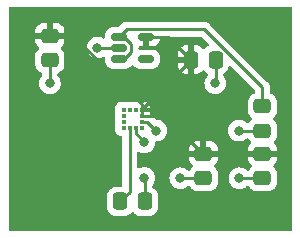
<source format=gbr>
%TF.GenerationSoftware,KiCad,Pcbnew,(6.0.0)*%
%TF.CreationDate,2023-09-19T02:50:45-04:00*%
%TF.ProjectId,AFT_x06_Magnetometer_Shield_MichaelLee,4146545f-7830-4365-9f4d-61676e65746f,rev?*%
%TF.SameCoordinates,Original*%
%TF.FileFunction,Copper,L1,Top*%
%TF.FilePolarity,Positive*%
%FSLAX46Y46*%
G04 Gerber Fmt 4.6, Leading zero omitted, Abs format (unit mm)*
G04 Created by KiCad (PCBNEW (6.0.0)) date 2023-09-19 02:50:45*
%MOMM*%
%LPD*%
G01*
G04 APERTURE LIST*
G04 Aperture macros list*
%AMRoundRect*
0 Rectangle with rounded corners*
0 $1 Rounding radius*
0 $2 $3 $4 $5 $6 $7 $8 $9 X,Y pos of 4 corners*
0 Add a 4 corners polygon primitive as box body*
4,1,4,$2,$3,$4,$5,$6,$7,$8,$9,$2,$3,0*
0 Add four circle primitives for the rounded corners*
1,1,$1+$1,$2,$3*
1,1,$1+$1,$4,$5*
1,1,$1+$1,$6,$7*
1,1,$1+$1,$8,$9*
0 Add four rect primitives between the rounded corners*
20,1,$1+$1,$2,$3,$4,$5,0*
20,1,$1+$1,$4,$5,$6,$7,0*
20,1,$1+$1,$6,$7,$8,$9,0*
20,1,$1+$1,$8,$9,$2,$3,0*%
G04 Aperture macros list end*
%TA.AperFunction,SMDPad,CuDef*%
%ADD10RoundRect,0.250000X0.475000X-0.337500X0.475000X0.337500X-0.475000X0.337500X-0.475000X-0.337500X0*%
%TD*%
%TA.AperFunction,SMDPad,CuDef*%
%ADD11RoundRect,0.150000X-0.512500X-0.150000X0.512500X-0.150000X0.512500X0.150000X-0.512500X0.150000X0*%
%TD*%
%TA.AperFunction,SMDPad,CuDef*%
%ADD12R,0.375000X0.350000*%
%TD*%
%TA.AperFunction,SMDPad,CuDef*%
%ADD13R,0.350000X0.375000*%
%TD*%
%TA.AperFunction,SMDPad,CuDef*%
%ADD14RoundRect,0.250000X-0.337500X-0.475000X0.337500X-0.475000X0.337500X0.475000X-0.337500X0.475000X0*%
%TD*%
%TA.AperFunction,ViaPad*%
%ADD15C,0.800000*%
%TD*%
%TA.AperFunction,Conductor*%
%ADD16C,0.250000*%
%TD*%
G04 APERTURE END LIST*
D10*
%TO.P,C2,1*%
%TO.N,GND*%
X161000000Y-93037500D03*
%TO.P,C2,2*%
%TO.N,/3.3V*%
X161000000Y-90962500D03*
%TD*%
D11*
%TO.P,U1,5,VOUT*%
%TO.N,/3.3V*%
X169137500Y-91050000D03*
%TO.P,U1,4,NC*%
%TO.N,unconnected-(U1-Pad4)*%
X169137500Y-92950000D03*
%TO.P,U1,3,EN*%
%TO.N,+5V*%
X166862500Y-92950000D03*
%TO.P,U1,2,GND*%
%TO.N,GND*%
X166862500Y-92000000D03*
%TO.P,U1,1,VIN*%
%TO.N,+5V*%
X166862500Y-91050000D03*
%TD*%
D12*
%TO.P,U2,1,SCL/SPC*%
%TO.N,IO.SCK*%
X167237500Y-97250000D03*
%TO.P,U2,2,NC*%
%TO.N,unconnected-(U2-Pad2)*%
X167237500Y-97750000D03*
%TO.P,U2,3,CS*%
%TO.N,IO.CSB*%
X167237500Y-98250000D03*
%TO.P,U2,4,SDA/SDI/SDO*%
%TO.N,IO.SDI*%
X167237500Y-98750000D03*
D13*
%TO.P,U2,5,C1*%
%TO.N,Net-(C1-Pad1)*%
X167750000Y-98762500D03*
%TO.P,U2,6,GND*%
%TO.N,GND*%
X168250000Y-98762500D03*
D12*
%TO.P,U2,7,INT/DRDY/SDO*%
%TO.N,IO.SDO*%
X168762500Y-98750000D03*
%TO.P,U2,8,GND*%
%TO.N,GND*%
X168762500Y-98250000D03*
%TO.P,U2,9,VDD*%
%TO.N,/3.3V*%
X168762500Y-97750000D03*
%TO.P,U2,10,VDD_IO*%
X168762500Y-97250000D03*
D13*
%TO.P,U2,11,NC*%
%TO.N,unconnected-(U2-Pad11)*%
X168250000Y-97237500D03*
%TO.P,U2,12,NC*%
%TO.N,unconnected-(U2-Pad12)*%
X167750000Y-97237500D03*
%TD*%
D10*
%TO.P,C5,1*%
%TO.N,GND*%
X179000000Y-99037500D03*
%TO.P,C5,2*%
%TO.N,+5V*%
X179000000Y-96962500D03*
%TD*%
D14*
%TO.P,C1,2*%
%TO.N,GND*%
X169037500Y-105000000D03*
%TO.P,C1,1*%
%TO.N,Net-(C1-Pad1)*%
X166962500Y-105000000D03*
%TD*%
D10*
%TO.P,C4,1*%
%TO.N,GND*%
X179000000Y-103037500D03*
%TO.P,C4,2*%
%TO.N,/3.3V*%
X179000000Y-100962500D03*
%TD*%
D14*
%TO.P,C6,2*%
%TO.N,GND*%
X175037500Y-93000000D03*
%TO.P,C6,1*%
%TO.N,/3.3V*%
X172962500Y-93000000D03*
%TD*%
D10*
%TO.P,C3,1*%
%TO.N,GND*%
X174000000Y-103037500D03*
%TO.P,C3,2*%
%TO.N,/3.3V*%
X174000000Y-100962500D03*
%TD*%
D15*
%TO.N,GND*%
X175000000Y-95000000D03*
X177000000Y-99000000D03*
X177037500Y-103037500D03*
X172037500Y-103037500D03*
X170000000Y-99000000D03*
X169000000Y-100000000D03*
X169000000Y-103000000D03*
X165024310Y-91975690D03*
X161000000Y-95000000D03*
%TD*%
D16*
%TO.N,GND*%
X175037500Y-94962500D02*
X175000000Y-95000000D01*
X175037500Y-93000000D02*
X175037500Y-94962500D01*
X177037500Y-99037500D02*
X177000000Y-99000000D01*
X179000000Y-99037500D02*
X177037500Y-99037500D01*
X177000000Y-103000000D02*
X177037500Y-103037500D01*
X179000000Y-103037500D02*
X177037500Y-103037500D01*
X172000000Y-103000000D02*
X172037500Y-103037500D01*
X174000000Y-103037500D02*
X172037500Y-103037500D01*
X169250000Y-98250000D02*
X170000000Y-99000000D01*
X168762500Y-98250000D02*
X169250000Y-98250000D01*
X168250000Y-99250000D02*
X169000000Y-100000000D01*
X168250000Y-98762500D02*
X168250000Y-99250000D01*
X169037500Y-103037500D02*
X169000000Y-103000000D01*
X169037500Y-105000000D02*
X169037500Y-103037500D01*
X165000000Y-92000000D02*
X165024310Y-91975690D01*
X166862500Y-92000000D02*
X165000000Y-92000000D01*
X161000000Y-93037500D02*
X161000000Y-95000000D01*
%TO.N,/3.3V*%
X162986522Y-90962500D02*
X168762500Y-96738478D01*
X161000000Y-90962500D02*
X162986522Y-90962500D01*
X168762500Y-96738478D02*
X168762500Y-97250000D01*
%TO.N,+5V*%
X167246072Y-92950000D02*
X166862500Y-92950000D01*
X167246072Y-91050000D02*
X167849520Y-91653448D01*
X167849520Y-91653448D02*
X167849520Y-92346552D01*
X166862500Y-91050000D02*
X167246072Y-91050000D01*
X167849520Y-92346552D02*
X167246072Y-92950000D01*
X174087973Y-90425480D02*
X167487020Y-90425480D01*
X179000000Y-95337507D02*
X174087973Y-90425480D01*
X179000000Y-96962500D02*
X179000000Y-95337507D01*
X167487020Y-90425480D02*
X166862500Y-91050000D01*
%TO.N,/3.3V*%
X179000000Y-100962500D02*
X174000000Y-100962500D01*
%TO.N,Net-(C1-Pad1)*%
X167750000Y-98762500D02*
X167750000Y-104212500D01*
X167750000Y-104212500D02*
X166962500Y-105000000D01*
%TO.N,/3.3V*%
X170787500Y-97750000D02*
X174000000Y-100962500D01*
X168762500Y-97750000D02*
X170787500Y-97750000D01*
X168762500Y-97250000D02*
X168762500Y-97750000D01*
X168762500Y-97200000D02*
X168762500Y-97250000D01*
X172962500Y-93000000D02*
X168762500Y-97200000D01*
X169137500Y-91050000D02*
X171012500Y-91050000D01*
X171012500Y-91050000D02*
X172962500Y-93000000D01*
%TD*%
%TA.AperFunction,Conductor*%
%TO.N,/3.3V*%
G36*
X181434121Y-88528002D02*
G01*
X181480614Y-88581658D01*
X181492000Y-88634000D01*
X181492000Y-107366000D01*
X181471998Y-107434121D01*
X181418342Y-107480614D01*
X181366000Y-107492000D01*
X157634000Y-107492000D01*
X157565879Y-107471998D01*
X157519386Y-107418342D01*
X157508000Y-107366000D01*
X157508000Y-105525400D01*
X165866500Y-105525400D01*
X165877474Y-105631166D01*
X165933450Y-105798946D01*
X166026522Y-105949348D01*
X166151697Y-106074305D01*
X166157927Y-106078145D01*
X166157928Y-106078146D01*
X166295090Y-106162694D01*
X166302262Y-106167115D01*
X166382005Y-106193564D01*
X166463611Y-106220632D01*
X166463613Y-106220632D01*
X166470139Y-106222797D01*
X166476975Y-106223497D01*
X166476978Y-106223498D01*
X166520031Y-106227909D01*
X166574600Y-106233500D01*
X167350400Y-106233500D01*
X167353646Y-106233163D01*
X167353650Y-106233163D01*
X167449308Y-106223238D01*
X167449312Y-106223237D01*
X167456166Y-106222526D01*
X167462702Y-106220345D01*
X167462704Y-106220345D01*
X167594806Y-106176272D01*
X167623946Y-106166550D01*
X167774348Y-106073478D01*
X167899305Y-105948303D01*
X167901906Y-105944084D01*
X167959030Y-105903583D01*
X168029953Y-105900351D01*
X168091365Y-105935976D01*
X168097922Y-105943530D01*
X168101522Y-105949348D01*
X168226697Y-106074305D01*
X168232927Y-106078145D01*
X168232928Y-106078146D01*
X168370090Y-106162694D01*
X168377262Y-106167115D01*
X168457005Y-106193564D01*
X168538611Y-106220632D01*
X168538613Y-106220632D01*
X168545139Y-106222797D01*
X168551975Y-106223497D01*
X168551978Y-106223498D01*
X168595031Y-106227909D01*
X168649600Y-106233500D01*
X169425400Y-106233500D01*
X169428646Y-106233163D01*
X169428650Y-106233163D01*
X169524308Y-106223238D01*
X169524312Y-106223237D01*
X169531166Y-106222526D01*
X169537702Y-106220345D01*
X169537704Y-106220345D01*
X169669806Y-106176272D01*
X169698946Y-106166550D01*
X169849348Y-106073478D01*
X169974305Y-105948303D01*
X170067115Y-105797738D01*
X170122797Y-105629861D01*
X170133500Y-105525400D01*
X170133500Y-104474600D01*
X170122526Y-104368834D01*
X170066550Y-104201054D01*
X169973478Y-104050652D01*
X169848303Y-103925695D01*
X169730883Y-103853316D01*
X169683391Y-103800545D01*
X169671000Y-103746057D01*
X169671000Y-103660877D01*
X169691002Y-103592756D01*
X169703364Y-103576566D01*
X169734621Y-103541852D01*
X169734622Y-103541851D01*
X169739040Y-103536944D01*
X169803440Y-103425400D01*
X169831223Y-103377279D01*
X169831224Y-103377278D01*
X169834527Y-103371556D01*
X169893542Y-103189928D01*
X169909563Y-103037500D01*
X171123996Y-103037500D01*
X171124686Y-103044065D01*
X171140017Y-103189928D01*
X171143958Y-103227428D01*
X171202973Y-103409056D01*
X171206276Y-103414778D01*
X171206277Y-103414779D01*
X171240186Y-103473510D01*
X171298460Y-103574444D01*
X171302878Y-103579351D01*
X171302879Y-103579352D01*
X171385399Y-103671000D01*
X171426247Y-103716366D01*
X171580748Y-103828618D01*
X171586776Y-103831302D01*
X171586778Y-103831303D01*
X171638927Y-103854521D01*
X171755212Y-103906294D01*
X171846486Y-103925695D01*
X171935556Y-103944628D01*
X171935561Y-103944628D01*
X171942013Y-103946000D01*
X172132987Y-103946000D01*
X172139439Y-103944628D01*
X172139444Y-103944628D01*
X172228514Y-103925695D01*
X172319788Y-103906294D01*
X172436073Y-103854521D01*
X172488222Y-103831303D01*
X172488224Y-103831302D01*
X172494252Y-103828618D01*
X172564646Y-103777474D01*
X172629028Y-103730697D01*
X172648753Y-103716366D01*
X172653168Y-103711463D01*
X172658080Y-103707040D01*
X172659205Y-103708289D01*
X172712514Y-103675449D01*
X172745700Y-103671000D01*
X172745954Y-103671000D01*
X172814075Y-103691002D01*
X172853098Y-103730697D01*
X172926522Y-103849348D01*
X173051697Y-103974305D01*
X173057927Y-103978145D01*
X173057928Y-103978146D01*
X173195090Y-104062694D01*
X173202262Y-104067115D01*
X173282005Y-104093564D01*
X173363611Y-104120632D01*
X173363613Y-104120632D01*
X173370139Y-104122797D01*
X173376975Y-104123497D01*
X173376978Y-104123498D01*
X173420031Y-104127909D01*
X173474600Y-104133500D01*
X174525400Y-104133500D01*
X174528646Y-104133163D01*
X174528650Y-104133163D01*
X174624308Y-104123238D01*
X174624312Y-104123237D01*
X174631166Y-104122526D01*
X174637702Y-104120345D01*
X174637704Y-104120345D01*
X174769806Y-104076272D01*
X174798946Y-104066550D01*
X174949348Y-103973478D01*
X175074305Y-103848303D01*
X175084784Y-103831303D01*
X175163275Y-103703968D01*
X175163276Y-103703966D01*
X175167115Y-103697738D01*
X175222797Y-103529861D01*
X175233500Y-103425400D01*
X175233500Y-103037500D01*
X176123996Y-103037500D01*
X176124686Y-103044065D01*
X176140017Y-103189928D01*
X176143958Y-103227428D01*
X176202973Y-103409056D01*
X176206276Y-103414778D01*
X176206277Y-103414779D01*
X176240186Y-103473510D01*
X176298460Y-103574444D01*
X176302878Y-103579351D01*
X176302879Y-103579352D01*
X176385399Y-103671000D01*
X176426247Y-103716366D01*
X176580748Y-103828618D01*
X176586776Y-103831302D01*
X176586778Y-103831303D01*
X176638927Y-103854521D01*
X176755212Y-103906294D01*
X176846486Y-103925695D01*
X176935556Y-103944628D01*
X176935561Y-103944628D01*
X176942013Y-103946000D01*
X177132987Y-103946000D01*
X177139439Y-103944628D01*
X177139444Y-103944628D01*
X177228514Y-103925695D01*
X177319788Y-103906294D01*
X177436073Y-103854521D01*
X177488222Y-103831303D01*
X177488224Y-103831302D01*
X177494252Y-103828618D01*
X177564646Y-103777474D01*
X177629028Y-103730697D01*
X177648753Y-103716366D01*
X177653168Y-103711463D01*
X177658080Y-103707040D01*
X177659205Y-103708289D01*
X177712514Y-103675449D01*
X177745700Y-103671000D01*
X177745954Y-103671000D01*
X177814075Y-103691002D01*
X177853098Y-103730697D01*
X177926522Y-103849348D01*
X178051697Y-103974305D01*
X178057927Y-103978145D01*
X178057928Y-103978146D01*
X178195090Y-104062694D01*
X178202262Y-104067115D01*
X178282005Y-104093564D01*
X178363611Y-104120632D01*
X178363613Y-104120632D01*
X178370139Y-104122797D01*
X178376975Y-104123497D01*
X178376978Y-104123498D01*
X178420031Y-104127909D01*
X178474600Y-104133500D01*
X179525400Y-104133500D01*
X179528646Y-104133163D01*
X179528650Y-104133163D01*
X179624308Y-104123238D01*
X179624312Y-104123237D01*
X179631166Y-104122526D01*
X179637702Y-104120345D01*
X179637704Y-104120345D01*
X179769806Y-104076272D01*
X179798946Y-104066550D01*
X179949348Y-103973478D01*
X180074305Y-103848303D01*
X180084784Y-103831303D01*
X180163275Y-103703968D01*
X180163276Y-103703966D01*
X180167115Y-103697738D01*
X180222797Y-103529861D01*
X180233500Y-103425400D01*
X180233500Y-102649600D01*
X180222526Y-102543834D01*
X180166550Y-102376054D01*
X180073478Y-102225652D01*
X179948303Y-102100695D01*
X179943765Y-102097898D01*
X179903176Y-102040647D01*
X179899946Y-101969724D01*
X179935572Y-101908313D01*
X179944068Y-101900938D01*
X179954207Y-101892902D01*
X180068739Y-101778171D01*
X180077751Y-101766760D01*
X180162816Y-101628757D01*
X180168963Y-101615576D01*
X180220138Y-101461290D01*
X180223005Y-101447914D01*
X180232672Y-101353562D01*
X180233000Y-101347146D01*
X180233000Y-101234615D01*
X180228525Y-101219376D01*
X180227135Y-101218171D01*
X180219452Y-101216500D01*
X177785116Y-101216500D01*
X177769877Y-101220975D01*
X177768672Y-101222365D01*
X177767001Y-101230048D01*
X177767001Y-101347095D01*
X177767338Y-101353614D01*
X177777257Y-101449206D01*
X177780149Y-101462600D01*
X177831588Y-101616784D01*
X177837761Y-101629962D01*
X177923063Y-101767807D01*
X177932099Y-101779208D01*
X178046828Y-101893738D01*
X178055762Y-101900794D01*
X178096823Y-101958712D01*
X178100053Y-102029635D01*
X178064426Y-102091046D01*
X178056593Y-102097846D01*
X178050652Y-102101522D01*
X177925695Y-102226697D01*
X177869877Y-102317251D01*
X177853317Y-102344116D01*
X177800545Y-102391609D01*
X177746057Y-102404000D01*
X177745700Y-102404000D01*
X177677579Y-102383998D01*
X177658353Y-102367657D01*
X177658080Y-102367960D01*
X177653168Y-102363537D01*
X177648753Y-102358634D01*
X177494252Y-102246382D01*
X177488224Y-102243698D01*
X177488222Y-102243697D01*
X177325819Y-102171391D01*
X177325818Y-102171391D01*
X177319788Y-102168706D01*
X177226388Y-102148853D01*
X177139444Y-102130372D01*
X177139439Y-102130372D01*
X177132987Y-102129000D01*
X176942013Y-102129000D01*
X176935561Y-102130372D01*
X176935556Y-102130372D01*
X176848613Y-102148853D01*
X176755212Y-102168706D01*
X176749182Y-102171391D01*
X176749181Y-102171391D01*
X176586778Y-102243697D01*
X176586776Y-102243698D01*
X176580748Y-102246382D01*
X176426247Y-102358634D01*
X176421826Y-102363544D01*
X176421825Y-102363545D01*
X176327077Y-102468774D01*
X176298460Y-102500556D01*
X176269514Y-102550692D01*
X176210524Y-102652866D01*
X176202973Y-102665944D01*
X176143958Y-102847572D01*
X176123996Y-103037500D01*
X175233500Y-103037500D01*
X175233500Y-102649600D01*
X175222526Y-102543834D01*
X175166550Y-102376054D01*
X175073478Y-102225652D01*
X174948303Y-102100695D01*
X174943765Y-102097898D01*
X174903176Y-102040647D01*
X174899946Y-101969724D01*
X174935572Y-101908313D01*
X174944068Y-101900938D01*
X174954207Y-101892902D01*
X175068739Y-101778171D01*
X175077751Y-101766760D01*
X175162816Y-101628757D01*
X175168963Y-101615576D01*
X175220138Y-101461290D01*
X175223005Y-101447914D01*
X175232672Y-101353562D01*
X175233000Y-101347146D01*
X175233000Y-101234615D01*
X175228525Y-101219376D01*
X175227135Y-101218171D01*
X175219452Y-101216500D01*
X172785116Y-101216500D01*
X172769877Y-101220975D01*
X172768672Y-101222365D01*
X172767001Y-101230048D01*
X172767001Y-101347095D01*
X172767338Y-101353614D01*
X172777257Y-101449206D01*
X172780149Y-101462600D01*
X172831588Y-101616784D01*
X172837761Y-101629962D01*
X172923063Y-101767807D01*
X172932099Y-101779208D01*
X173046828Y-101893738D01*
X173055762Y-101900794D01*
X173096823Y-101958712D01*
X173100053Y-102029635D01*
X173064426Y-102091046D01*
X173056593Y-102097846D01*
X173050652Y-102101522D01*
X172925695Y-102226697D01*
X172869877Y-102317251D01*
X172853317Y-102344116D01*
X172800545Y-102391609D01*
X172746057Y-102404000D01*
X172745700Y-102404000D01*
X172677579Y-102383998D01*
X172658353Y-102367657D01*
X172658080Y-102367960D01*
X172653168Y-102363537D01*
X172648753Y-102358634D01*
X172494252Y-102246382D01*
X172488224Y-102243698D01*
X172488222Y-102243697D01*
X172325819Y-102171391D01*
X172325818Y-102171391D01*
X172319788Y-102168706D01*
X172226388Y-102148853D01*
X172139444Y-102130372D01*
X172139439Y-102130372D01*
X172132987Y-102129000D01*
X171942013Y-102129000D01*
X171935561Y-102130372D01*
X171935556Y-102130372D01*
X171848613Y-102148853D01*
X171755212Y-102168706D01*
X171749182Y-102171391D01*
X171749181Y-102171391D01*
X171586778Y-102243697D01*
X171586776Y-102243698D01*
X171580748Y-102246382D01*
X171426247Y-102358634D01*
X171421826Y-102363544D01*
X171421825Y-102363545D01*
X171327077Y-102468774D01*
X171298460Y-102500556D01*
X171269514Y-102550692D01*
X171210524Y-102652866D01*
X171202973Y-102665944D01*
X171143958Y-102847572D01*
X171123996Y-103037500D01*
X169909563Y-103037500D01*
X169913504Y-103000000D01*
X169898173Y-102854135D01*
X169894232Y-102816635D01*
X169894232Y-102816633D01*
X169893542Y-102810072D01*
X169834527Y-102628444D01*
X169739040Y-102463056D01*
X169653143Y-102367657D01*
X169615675Y-102326045D01*
X169615674Y-102326044D01*
X169611253Y-102321134D01*
X169456752Y-102208882D01*
X169450724Y-102206198D01*
X169450722Y-102206197D01*
X169288319Y-102133891D01*
X169288318Y-102133891D01*
X169282288Y-102131206D01*
X169167016Y-102106704D01*
X169101944Y-102092872D01*
X169101939Y-102092872D01*
X169095487Y-102091500D01*
X168904513Y-102091500D01*
X168898061Y-102092872D01*
X168898056Y-102092872D01*
X168832984Y-102106704D01*
X168717712Y-102131206D01*
X168711682Y-102133891D01*
X168711681Y-102133891D01*
X168560749Y-102201090D01*
X168490382Y-102210524D01*
X168426085Y-102180417D01*
X168388271Y-102120329D01*
X168383500Y-102085983D01*
X168383500Y-100914017D01*
X168403502Y-100845896D01*
X168457158Y-100799403D01*
X168527432Y-100789299D01*
X168560749Y-100798910D01*
X168561857Y-100799403D01*
X168717712Y-100868794D01*
X168811112Y-100888647D01*
X168898056Y-100907128D01*
X168898061Y-100907128D01*
X168904513Y-100908500D01*
X169095487Y-100908500D01*
X169101939Y-100907128D01*
X169101944Y-100907128D01*
X169188887Y-100888647D01*
X169282288Y-100868794D01*
X169333718Y-100845896D01*
X169450722Y-100793803D01*
X169450724Y-100793802D01*
X169456752Y-100791118D01*
X169595399Y-100690385D01*
X172767000Y-100690385D01*
X172771475Y-100705624D01*
X172772865Y-100706829D01*
X172780548Y-100708500D01*
X173727885Y-100708500D01*
X173743124Y-100704025D01*
X173744329Y-100702635D01*
X173746000Y-100694952D01*
X173746000Y-100690385D01*
X174254000Y-100690385D01*
X174258475Y-100705624D01*
X174259865Y-100706829D01*
X174267548Y-100708500D01*
X175214884Y-100708500D01*
X175230123Y-100704025D01*
X175231328Y-100702635D01*
X175232999Y-100694952D01*
X175232999Y-100577905D01*
X175232662Y-100571386D01*
X175222743Y-100475794D01*
X175219851Y-100462400D01*
X175168412Y-100308216D01*
X175162239Y-100295038D01*
X175076937Y-100157193D01*
X175067901Y-100145792D01*
X174953171Y-100031261D01*
X174941760Y-100022249D01*
X174803757Y-99937184D01*
X174790576Y-99931037D01*
X174636290Y-99879862D01*
X174622914Y-99876995D01*
X174528562Y-99867328D01*
X174522145Y-99867000D01*
X174272115Y-99867000D01*
X174256876Y-99871475D01*
X174255671Y-99872865D01*
X174254000Y-99880548D01*
X174254000Y-100690385D01*
X173746000Y-100690385D01*
X173746000Y-99885116D01*
X173741525Y-99869877D01*
X173740135Y-99868672D01*
X173732452Y-99867001D01*
X173477905Y-99867001D01*
X173471386Y-99867338D01*
X173375794Y-99877257D01*
X173362400Y-99880149D01*
X173208216Y-99931588D01*
X173195038Y-99937761D01*
X173057193Y-100023063D01*
X173045792Y-100032099D01*
X172931261Y-100146829D01*
X172922249Y-100158240D01*
X172837184Y-100296243D01*
X172831037Y-100309424D01*
X172779862Y-100463710D01*
X172776995Y-100477086D01*
X172767328Y-100571438D01*
X172767000Y-100577855D01*
X172767000Y-100690385D01*
X169595399Y-100690385D01*
X169611253Y-100678866D01*
X169702204Y-100577855D01*
X169734621Y-100541852D01*
X169734622Y-100541851D01*
X169739040Y-100536944D01*
X169834527Y-100371556D01*
X169893542Y-100189928D01*
X169911262Y-100021329D01*
X169938275Y-99955673D01*
X169996497Y-99915043D01*
X170036572Y-99908500D01*
X170095487Y-99908500D01*
X170101939Y-99907128D01*
X170101944Y-99907128D01*
X170205499Y-99885116D01*
X170282288Y-99868794D01*
X170314346Y-99854521D01*
X170450722Y-99793803D01*
X170450724Y-99793802D01*
X170456752Y-99791118D01*
X170611253Y-99678866D01*
X170739040Y-99536944D01*
X170834527Y-99371556D01*
X170893542Y-99189928D01*
X170913504Y-99000000D01*
X170893542Y-98810072D01*
X170834527Y-98628444D01*
X170739040Y-98463056D01*
X170611253Y-98321134D01*
X170456752Y-98208882D01*
X170450724Y-98206198D01*
X170450722Y-98206197D01*
X170288319Y-98133891D01*
X170288318Y-98133891D01*
X170282288Y-98131206D01*
X170167016Y-98106704D01*
X170101944Y-98092872D01*
X170101939Y-98092872D01*
X170095487Y-98091500D01*
X170039595Y-98091500D01*
X169971474Y-98071498D01*
X169950500Y-98054595D01*
X169753652Y-97857747D01*
X169746112Y-97849461D01*
X169742000Y-97842982D01*
X169692348Y-97796356D01*
X169689507Y-97793602D01*
X169669770Y-97773865D01*
X169666573Y-97771385D01*
X169657551Y-97763680D01*
X169631100Y-97738841D01*
X169625321Y-97733414D01*
X169618375Y-97729595D01*
X169618372Y-97729593D01*
X169607566Y-97723652D01*
X169591047Y-97712801D01*
X169590583Y-97712441D01*
X169575041Y-97700386D01*
X169567772Y-97697241D01*
X169567768Y-97697238D01*
X169534463Y-97682826D01*
X169523823Y-97677615D01*
X169523310Y-97677333D01*
X169473246Y-97626994D01*
X169457999Y-97566912D01*
X169457999Y-97530330D01*
X169457630Y-97523518D01*
X169456554Y-97513614D01*
X169456554Y-97486393D01*
X169457631Y-97476477D01*
X169458000Y-97469673D01*
X169458000Y-97443115D01*
X169453525Y-97427876D01*
X169452135Y-97426671D01*
X169444452Y-97425000D01*
X169059500Y-97425000D01*
X168991379Y-97404998D01*
X168944886Y-97351342D01*
X168933500Y-97299000D01*
X168933500Y-97201000D01*
X168953502Y-97132879D01*
X169007158Y-97086386D01*
X169059500Y-97075000D01*
X169439884Y-97075000D01*
X169455123Y-97070525D01*
X169456328Y-97069135D01*
X169457999Y-97061452D01*
X169457999Y-97030331D01*
X169457629Y-97023510D01*
X169452105Y-96972648D01*
X169448479Y-96957396D01*
X169403324Y-96836946D01*
X169394786Y-96821351D01*
X169318285Y-96719276D01*
X169305724Y-96706715D01*
X169203649Y-96630214D01*
X169188054Y-96621676D01*
X169067606Y-96576522D01*
X169052351Y-96572895D01*
X169001486Y-96567369D01*
X168994672Y-96567000D01*
X168955615Y-96567000D01*
X168940376Y-96571475D01*
X168939170Y-96572867D01*
X168938417Y-96576327D01*
X168904392Y-96638639D01*
X168842079Y-96672664D01*
X168771264Y-96667598D01*
X168739737Y-96650372D01*
X168671705Y-96599385D01*
X168601043Y-96572895D01*
X168596610Y-96571233D01*
X168595507Y-96570577D01*
X168592494Y-96569690D01*
X168587498Y-96567817D01*
X168588111Y-96566183D01*
X168586080Y-96564976D01*
X168585321Y-96567001D01*
X168542711Y-96551027D01*
X168542709Y-96551027D01*
X168535316Y-96548255D01*
X168527468Y-96547402D01*
X168527466Y-96547402D01*
X168476531Y-96541869D01*
X168473134Y-96541500D01*
X168026866Y-96541500D01*
X168023475Y-96541868D01*
X168023465Y-96541869D01*
X168013607Y-96542940D01*
X167986393Y-96542940D01*
X167976535Y-96541869D01*
X167976525Y-96541868D01*
X167973134Y-96541500D01*
X167526866Y-96541500D01*
X167464684Y-96548255D01*
X167437404Y-96558482D01*
X167393174Y-96566500D01*
X167001866Y-96566500D01*
X166939684Y-96573255D01*
X166803295Y-96624385D01*
X166686739Y-96711739D01*
X166599385Y-96828295D01*
X166548255Y-96964684D01*
X166541500Y-97026866D01*
X166541500Y-97473134D01*
X166541868Y-97476525D01*
X166541869Y-97476535D01*
X166542940Y-97486393D01*
X166542940Y-97513607D01*
X166541869Y-97523465D01*
X166541868Y-97523475D01*
X166541500Y-97526866D01*
X166541500Y-97973134D01*
X166541868Y-97976525D01*
X166541869Y-97976535D01*
X166542940Y-97986393D01*
X166542940Y-98013607D01*
X166541869Y-98023465D01*
X166541868Y-98023475D01*
X166541500Y-98026866D01*
X166541500Y-98473134D01*
X166541868Y-98476525D01*
X166541869Y-98476535D01*
X166542940Y-98486393D01*
X166542940Y-98513607D01*
X166541869Y-98523465D01*
X166541868Y-98523475D01*
X166541500Y-98526866D01*
X166541500Y-98973134D01*
X166548255Y-99035316D01*
X166599385Y-99171705D01*
X166686739Y-99288261D01*
X166803295Y-99375615D01*
X166939684Y-99426745D01*
X167001866Y-99433500D01*
X167001742Y-99434639D01*
X167064234Y-99456711D01*
X167107768Y-99512794D01*
X167116500Y-99558884D01*
X167116500Y-103640500D01*
X167096498Y-103708621D01*
X167042842Y-103755114D01*
X166990500Y-103766500D01*
X166574600Y-103766500D01*
X166571354Y-103766837D01*
X166571350Y-103766837D01*
X166475692Y-103776762D01*
X166475688Y-103776763D01*
X166468834Y-103777474D01*
X166462298Y-103779655D01*
X166462296Y-103779655D01*
X166399682Y-103800545D01*
X166301054Y-103833450D01*
X166150652Y-103926522D01*
X166025695Y-104051697D01*
X166021855Y-104057927D01*
X166021854Y-104057928D01*
X165975271Y-104133500D01*
X165932885Y-104202262D01*
X165877203Y-104370139D01*
X165866500Y-104474600D01*
X165866500Y-105525400D01*
X157508000Y-105525400D01*
X157508000Y-93425400D01*
X159766500Y-93425400D01*
X159766837Y-93428646D01*
X159766837Y-93428650D01*
X159776533Y-93522095D01*
X159777474Y-93531166D01*
X159779655Y-93537702D01*
X159779655Y-93537704D01*
X159789642Y-93567639D01*
X159833450Y-93698946D01*
X159926522Y-93849348D01*
X160051697Y-93974305D01*
X160057927Y-93978145D01*
X160057928Y-93978146D01*
X160195090Y-94062694D01*
X160202262Y-94067115D01*
X160235520Y-94078146D01*
X160280167Y-94092955D01*
X160338527Y-94133386D01*
X160365764Y-94198950D01*
X160366500Y-94212548D01*
X160366500Y-94297476D01*
X160346498Y-94365597D01*
X160334142Y-94381779D01*
X160260960Y-94463056D01*
X160165473Y-94628444D01*
X160106458Y-94810072D01*
X160086496Y-95000000D01*
X160087186Y-95006565D01*
X160100959Y-95137604D01*
X160106458Y-95189928D01*
X160165473Y-95371556D01*
X160260960Y-95536944D01*
X160388747Y-95678866D01*
X160543248Y-95791118D01*
X160549276Y-95793802D01*
X160549278Y-95793803D01*
X160688039Y-95855583D01*
X160717712Y-95868794D01*
X160811113Y-95888647D01*
X160898056Y-95907128D01*
X160898061Y-95907128D01*
X160904513Y-95908500D01*
X161095487Y-95908500D01*
X161101939Y-95907128D01*
X161101944Y-95907128D01*
X161188887Y-95888647D01*
X161282288Y-95868794D01*
X161311961Y-95855583D01*
X161450722Y-95793803D01*
X161450724Y-95793802D01*
X161456752Y-95791118D01*
X161611253Y-95678866D01*
X161739040Y-95536944D01*
X161834527Y-95371556D01*
X161893542Y-95189928D01*
X161899042Y-95137604D01*
X161912814Y-95006565D01*
X161913504Y-95000000D01*
X161893542Y-94810072D01*
X161834527Y-94628444D01*
X161739040Y-94463056D01*
X161665863Y-94381785D01*
X161635147Y-94317779D01*
X161633500Y-94297476D01*
X161633500Y-94212538D01*
X161653502Y-94144417D01*
X161707158Y-94097924D01*
X161719624Y-94093014D01*
X161780653Y-94072653D01*
X161798946Y-94066550D01*
X161949348Y-93973478D01*
X162074305Y-93848303D01*
X162129780Y-93758307D01*
X162163275Y-93703968D01*
X162163276Y-93703966D01*
X162167115Y-93697738D01*
X162222797Y-93529861D01*
X162224585Y-93512417D01*
X162233172Y-93428598D01*
X162233500Y-93425400D01*
X162233500Y-92649600D01*
X162222526Y-92543834D01*
X162220046Y-92536399D01*
X162168868Y-92383002D01*
X162166550Y-92376054D01*
X162073478Y-92225652D01*
X161948303Y-92100695D01*
X161943765Y-92097898D01*
X161903176Y-92040647D01*
X161900218Y-91975690D01*
X164110806Y-91975690D01*
X164111496Y-91982255D01*
X164128731Y-92146233D01*
X164130768Y-92165618D01*
X164189783Y-92347246D01*
X164193086Y-92352968D01*
X164193087Y-92352969D01*
X164202818Y-92369824D01*
X164285270Y-92512634D01*
X164289688Y-92517541D01*
X164289689Y-92517542D01*
X164408635Y-92649645D01*
X164413057Y-92654556D01*
X164470332Y-92696169D01*
X164557179Y-92759267D01*
X164567558Y-92766808D01*
X164573586Y-92769492D01*
X164573588Y-92769493D01*
X164647515Y-92802407D01*
X164742022Y-92844484D01*
X164820688Y-92861205D01*
X164922366Y-92882818D01*
X164922371Y-92882818D01*
X164928823Y-92884190D01*
X165119797Y-92884190D01*
X165126249Y-92882818D01*
X165126254Y-92882818D01*
X165227932Y-92861205D01*
X165306598Y-92844484D01*
X165401105Y-92802407D01*
X165475032Y-92769493D01*
X165475034Y-92769492D01*
X165481062Y-92766808D01*
X165491441Y-92759267D01*
X165558309Y-92735410D01*
X165627461Y-92751492D01*
X165676940Y-92802407D01*
X165691500Y-92861205D01*
X165691500Y-93166502D01*
X165694438Y-93203831D01*
X165740855Y-93363601D01*
X165744892Y-93370427D01*
X165821509Y-93499980D01*
X165821511Y-93499983D01*
X165825547Y-93506807D01*
X165943193Y-93624453D01*
X165950017Y-93628489D01*
X165950020Y-93628491D01*
X165965423Y-93637600D01*
X166086399Y-93709145D01*
X166094010Y-93711356D01*
X166094012Y-93711357D01*
X166146231Y-93726528D01*
X166246169Y-93755562D01*
X166252574Y-93756066D01*
X166252579Y-93756067D01*
X166281042Y-93758307D01*
X166281050Y-93758307D01*
X166283498Y-93758500D01*
X167441502Y-93758500D01*
X167443950Y-93758307D01*
X167443958Y-93758307D01*
X167472421Y-93756067D01*
X167472426Y-93756066D01*
X167478831Y-93755562D01*
X167578769Y-93726528D01*
X167630988Y-93711357D01*
X167630990Y-93711356D01*
X167638601Y-93709145D01*
X167759577Y-93637600D01*
X167774980Y-93628491D01*
X167774983Y-93628489D01*
X167781807Y-93624453D01*
X167899453Y-93506807D01*
X167901706Y-93502998D01*
X167957996Y-93462345D01*
X168028888Y-93458494D01*
X168090609Y-93493582D01*
X168097276Y-93501276D01*
X168100547Y-93506807D01*
X168218193Y-93624453D01*
X168225017Y-93628489D01*
X168225020Y-93628491D01*
X168240423Y-93637600D01*
X168361399Y-93709145D01*
X168369010Y-93711356D01*
X168369012Y-93711357D01*
X168421231Y-93726528D01*
X168521169Y-93755562D01*
X168527574Y-93756066D01*
X168527579Y-93756067D01*
X168556042Y-93758307D01*
X168556050Y-93758307D01*
X168558498Y-93758500D01*
X169716502Y-93758500D01*
X169718950Y-93758307D01*
X169718958Y-93758307D01*
X169747421Y-93756067D01*
X169747426Y-93756066D01*
X169753831Y-93755562D01*
X169853769Y-93726528D01*
X169905988Y-93711357D01*
X169905990Y-93711356D01*
X169913601Y-93709145D01*
X170034577Y-93637600D01*
X170049980Y-93628491D01*
X170049983Y-93628489D01*
X170056807Y-93624453D01*
X170159165Y-93522095D01*
X171867001Y-93522095D01*
X171867338Y-93528614D01*
X171877257Y-93624206D01*
X171880149Y-93637600D01*
X171931588Y-93791784D01*
X171937761Y-93804962D01*
X172023063Y-93942807D01*
X172032099Y-93954208D01*
X172146829Y-94068739D01*
X172158240Y-94077751D01*
X172296243Y-94162816D01*
X172309424Y-94168963D01*
X172463710Y-94220138D01*
X172477086Y-94223005D01*
X172571438Y-94232672D01*
X172577854Y-94233000D01*
X172690385Y-94233000D01*
X172705624Y-94228525D01*
X172706829Y-94227135D01*
X172708500Y-94219452D01*
X172708500Y-93272115D01*
X172704025Y-93256876D01*
X172702635Y-93255671D01*
X172694952Y-93254000D01*
X171885116Y-93254000D01*
X171869877Y-93258475D01*
X171868672Y-93259865D01*
X171867001Y-93267548D01*
X171867001Y-93522095D01*
X170159165Y-93522095D01*
X170174453Y-93506807D01*
X170178489Y-93499983D01*
X170178491Y-93499980D01*
X170255108Y-93370427D01*
X170259145Y-93363601D01*
X170305562Y-93203831D01*
X170308500Y-93166502D01*
X170308500Y-92733498D01*
X170308307Y-92731042D01*
X170308059Y-92727885D01*
X171867000Y-92727885D01*
X171871475Y-92743124D01*
X171872865Y-92744329D01*
X171880548Y-92746000D01*
X172690385Y-92746000D01*
X172705624Y-92741525D01*
X172706829Y-92740135D01*
X172708500Y-92732452D01*
X172708500Y-91785116D01*
X172704025Y-91769877D01*
X172702635Y-91768672D01*
X172694952Y-91767001D01*
X172577905Y-91767001D01*
X172571386Y-91767338D01*
X172475794Y-91777257D01*
X172462400Y-91780149D01*
X172308216Y-91831588D01*
X172295038Y-91837761D01*
X172157193Y-91923063D01*
X172145792Y-91932099D01*
X172031261Y-92046829D01*
X172022249Y-92058240D01*
X171937184Y-92196243D01*
X171931037Y-92209424D01*
X171879862Y-92363710D01*
X171876995Y-92377086D01*
X171867328Y-92471438D01*
X171867000Y-92477855D01*
X171867000Y-92727885D01*
X170308059Y-92727885D01*
X170306067Y-92702579D01*
X170306066Y-92702574D01*
X170305562Y-92696169D01*
X170263671Y-92551978D01*
X170261357Y-92544012D01*
X170261356Y-92544010D01*
X170259145Y-92536399D01*
X170220727Y-92471438D01*
X170178491Y-92400020D01*
X170178489Y-92400017D01*
X170174453Y-92393193D01*
X170056807Y-92275547D01*
X170049983Y-92271511D01*
X170049980Y-92271509D01*
X169932889Y-92202262D01*
X169913601Y-92190855D01*
X169905990Y-92188644D01*
X169905988Y-92188643D01*
X169848343Y-92171896D01*
X169753831Y-92144438D01*
X169747426Y-92143934D01*
X169747421Y-92143933D01*
X169718958Y-92141693D01*
X169718950Y-92141693D01*
X169716502Y-92141500D01*
X168609020Y-92141500D01*
X168540899Y-92121498D01*
X168494406Y-92067842D01*
X168483020Y-92015500D01*
X168483020Y-91984000D01*
X168503022Y-91915879D01*
X168556678Y-91869386D01*
X168609020Y-91858000D01*
X168865385Y-91858000D01*
X168880624Y-91853525D01*
X168881829Y-91852135D01*
X168883500Y-91844452D01*
X168883500Y-91184980D01*
X168903502Y-91116859D01*
X168957158Y-91070366D01*
X169009500Y-91058980D01*
X169265500Y-91058980D01*
X169333621Y-91078982D01*
X169380114Y-91132638D01*
X169391500Y-91184980D01*
X169391500Y-91839884D01*
X169395975Y-91855123D01*
X169397365Y-91856328D01*
X169405048Y-91857999D01*
X169713984Y-91857999D01*
X169718920Y-91857805D01*
X169747336Y-91855570D01*
X169759931Y-91853270D01*
X169905790Y-91810893D01*
X169920221Y-91804648D01*
X170049678Y-91728089D01*
X170062104Y-91718449D01*
X170168449Y-91612104D01*
X170178089Y-91599678D01*
X170254648Y-91470221D01*
X170260893Y-91455790D01*
X170303269Y-91309935D01*
X170305570Y-91297333D01*
X170307807Y-91268916D01*
X170308000Y-91263986D01*
X170308000Y-91184980D01*
X170328002Y-91116859D01*
X170381658Y-91070366D01*
X170434000Y-91058980D01*
X173773379Y-91058980D01*
X173841500Y-91078982D01*
X173862474Y-91095885D01*
X174402220Y-91635631D01*
X174436246Y-91697943D01*
X174431181Y-91768758D01*
X174388634Y-91825594D01*
X174375914Y-91833224D01*
X174376054Y-91833450D01*
X174225652Y-91926522D01*
X174100695Y-92051697D01*
X174097898Y-92056235D01*
X174040647Y-92096824D01*
X173969724Y-92100054D01*
X173908313Y-92064428D01*
X173900938Y-92055932D01*
X173892902Y-92045793D01*
X173778171Y-91931261D01*
X173766760Y-91922249D01*
X173628757Y-91837184D01*
X173615576Y-91831037D01*
X173461290Y-91779862D01*
X173447914Y-91776995D01*
X173353562Y-91767328D01*
X173347145Y-91767000D01*
X173234615Y-91767000D01*
X173219376Y-91771475D01*
X173218171Y-91772865D01*
X173216500Y-91780548D01*
X173216500Y-94214884D01*
X173220975Y-94230123D01*
X173222365Y-94231328D01*
X173230048Y-94232999D01*
X173347095Y-94232999D01*
X173353614Y-94232662D01*
X173449206Y-94222743D01*
X173462600Y-94219851D01*
X173616784Y-94168412D01*
X173629962Y-94162239D01*
X173767807Y-94076937D01*
X173779208Y-94067901D01*
X173893738Y-93953172D01*
X173900794Y-93944238D01*
X173958712Y-93903177D01*
X174029635Y-93899947D01*
X174091046Y-93935574D01*
X174097846Y-93943407D01*
X174101522Y-93949348D01*
X174106704Y-93954521D01*
X174125694Y-93973478D01*
X174226697Y-94074305D01*
X174344117Y-94146684D01*
X174391609Y-94199455D01*
X174404000Y-94253943D01*
X174404000Y-94255828D01*
X174383998Y-94323949D01*
X174371642Y-94340131D01*
X174260960Y-94463056D01*
X174165473Y-94628444D01*
X174106458Y-94810072D01*
X174086496Y-95000000D01*
X174087186Y-95006565D01*
X174100959Y-95137604D01*
X174106458Y-95189928D01*
X174165473Y-95371556D01*
X174260960Y-95536944D01*
X174388747Y-95678866D01*
X174543248Y-95791118D01*
X174549276Y-95793802D01*
X174549278Y-95793803D01*
X174688039Y-95855583D01*
X174717712Y-95868794D01*
X174811113Y-95888647D01*
X174898056Y-95907128D01*
X174898061Y-95907128D01*
X174904513Y-95908500D01*
X175095487Y-95908500D01*
X175101939Y-95907128D01*
X175101944Y-95907128D01*
X175188887Y-95888647D01*
X175282288Y-95868794D01*
X175311961Y-95855583D01*
X175450722Y-95793803D01*
X175450724Y-95793802D01*
X175456752Y-95791118D01*
X175611253Y-95678866D01*
X175739040Y-95536944D01*
X175834527Y-95371556D01*
X175893542Y-95189928D01*
X175899042Y-95137604D01*
X175912814Y-95006565D01*
X175913504Y-95000000D01*
X175893542Y-94810072D01*
X175834527Y-94628444D01*
X175739040Y-94463056D01*
X175703364Y-94423434D01*
X175672647Y-94359426D01*
X175671000Y-94339123D01*
X175671000Y-94254046D01*
X175691002Y-94185925D01*
X175730697Y-94146902D01*
X175843120Y-94077332D01*
X175849348Y-94073478D01*
X175974305Y-93948303D01*
X176004112Y-93899947D01*
X176063275Y-93803968D01*
X176063276Y-93803966D01*
X176067115Y-93797738D01*
X176122797Y-93629861D01*
X176122940Y-93628462D01*
X176155771Y-93567906D01*
X176217981Y-93533694D01*
X176288811Y-93538547D01*
X176334228Y-93567639D01*
X178329595Y-95563006D01*
X178363621Y-95625318D01*
X178366500Y-95652101D01*
X178366500Y-95787462D01*
X178346498Y-95855583D01*
X178292842Y-95902076D01*
X178280376Y-95906986D01*
X178275838Y-95908500D01*
X178201054Y-95933450D01*
X178050652Y-96026522D01*
X177925695Y-96151697D01*
X177832885Y-96302262D01*
X177777203Y-96470139D01*
X177766500Y-96574600D01*
X177766500Y-97350400D01*
X177766837Y-97353646D01*
X177766837Y-97353650D01*
X177776120Y-97443115D01*
X177777474Y-97456166D01*
X177779655Y-97462702D01*
X177779655Y-97462704D01*
X177814284Y-97566500D01*
X177833450Y-97623946D01*
X177926522Y-97774348D01*
X178051697Y-97899305D01*
X178055916Y-97901906D01*
X178096417Y-97959030D01*
X178099649Y-98029953D01*
X178064024Y-98091365D01*
X178056470Y-98097922D01*
X178050652Y-98101522D01*
X177925695Y-98226697D01*
X177869877Y-98317251D01*
X177853317Y-98344116D01*
X177800545Y-98391609D01*
X177746057Y-98404000D01*
X177741965Y-98404000D01*
X177673844Y-98383998D01*
X177648329Y-98362311D01*
X177615668Y-98326037D01*
X177615666Y-98326036D01*
X177611253Y-98321134D01*
X177589671Y-98305454D01*
X177462094Y-98212763D01*
X177462093Y-98212762D01*
X177456752Y-98208882D01*
X177450724Y-98206198D01*
X177450722Y-98206197D01*
X177288319Y-98133891D01*
X177288318Y-98133891D01*
X177282288Y-98131206D01*
X177167016Y-98106704D01*
X177101944Y-98092872D01*
X177101939Y-98092872D01*
X177095487Y-98091500D01*
X176904513Y-98091500D01*
X176898061Y-98092872D01*
X176898056Y-98092872D01*
X176832984Y-98106704D01*
X176717712Y-98131206D01*
X176711682Y-98133891D01*
X176711681Y-98133891D01*
X176549278Y-98206197D01*
X176549276Y-98206198D01*
X176543248Y-98208882D01*
X176388747Y-98321134D01*
X176260960Y-98463056D01*
X176165473Y-98628444D01*
X176106458Y-98810072D01*
X176086496Y-99000000D01*
X176106458Y-99189928D01*
X176165473Y-99371556D01*
X176260960Y-99536944D01*
X176388747Y-99678866D01*
X176543248Y-99791118D01*
X176549276Y-99793802D01*
X176549278Y-99793803D01*
X176685654Y-99854521D01*
X176717712Y-99868794D01*
X176794501Y-99885116D01*
X176898056Y-99907128D01*
X176898061Y-99907128D01*
X176904513Y-99908500D01*
X177095487Y-99908500D01*
X177101939Y-99907128D01*
X177101944Y-99907128D01*
X177205499Y-99885116D01*
X177282288Y-99868794D01*
X177314346Y-99854521D01*
X177450722Y-99793803D01*
X177450724Y-99793802D01*
X177456752Y-99791118D01*
X177588959Y-99695064D01*
X177655825Y-99671206D01*
X177663019Y-99671000D01*
X177745954Y-99671000D01*
X177814075Y-99691002D01*
X177853098Y-99730697D01*
X177916249Y-99832747D01*
X177926522Y-99849348D01*
X177931704Y-99854521D01*
X177988463Y-99911181D01*
X178022542Y-99973463D01*
X178017539Y-100044283D01*
X177988618Y-100089372D01*
X177931261Y-100146829D01*
X177922249Y-100158240D01*
X177837184Y-100296243D01*
X177831037Y-100309424D01*
X177779862Y-100463710D01*
X177776995Y-100477086D01*
X177767328Y-100571438D01*
X177767000Y-100577855D01*
X177767000Y-100690385D01*
X177771475Y-100705624D01*
X177772865Y-100706829D01*
X177780548Y-100708500D01*
X180214884Y-100708500D01*
X180230123Y-100704025D01*
X180231328Y-100702635D01*
X180232999Y-100694952D01*
X180232999Y-100577905D01*
X180232662Y-100571386D01*
X180222743Y-100475794D01*
X180219851Y-100462400D01*
X180168412Y-100308216D01*
X180162239Y-100295038D01*
X180076937Y-100157193D01*
X180067900Y-100145791D01*
X180011537Y-100089525D01*
X179977459Y-100027242D01*
X179982462Y-99956422D01*
X180011383Y-99911335D01*
X180069134Y-99853483D01*
X180074305Y-99848303D01*
X180078146Y-99842072D01*
X180163275Y-99703968D01*
X180163276Y-99703966D01*
X180167115Y-99697738D01*
X180222797Y-99529861D01*
X180233500Y-99425400D01*
X180233500Y-98649600D01*
X180222526Y-98543834D01*
X180218005Y-98530281D01*
X180168868Y-98383002D01*
X180166550Y-98376054D01*
X180073478Y-98225652D01*
X179948303Y-98100695D01*
X179944084Y-98098094D01*
X179903583Y-98040970D01*
X179900351Y-97970047D01*
X179935976Y-97908635D01*
X179943530Y-97902078D01*
X179949348Y-97898478D01*
X180074305Y-97773303D01*
X180098893Y-97733414D01*
X180163275Y-97628968D01*
X180163276Y-97628966D01*
X180167115Y-97622738D01*
X180207825Y-97500000D01*
X180220632Y-97461389D01*
X180220632Y-97461387D01*
X180222797Y-97454861D01*
X180224001Y-97443115D01*
X180233172Y-97353598D01*
X180233500Y-97350400D01*
X180233500Y-96574600D01*
X180232712Y-96567001D01*
X180223238Y-96475692D01*
X180223237Y-96475688D01*
X180222526Y-96468834D01*
X180166550Y-96301054D01*
X180073478Y-96150652D01*
X179948303Y-96025695D01*
X179942072Y-96021854D01*
X179803968Y-95936725D01*
X179803966Y-95936724D01*
X179797738Y-95932885D01*
X179740051Y-95913751D01*
X179719833Y-95907045D01*
X179661473Y-95866614D01*
X179634236Y-95801050D01*
X179633500Y-95787452D01*
X179633500Y-95416274D01*
X179634027Y-95405091D01*
X179635702Y-95397598D01*
X179633562Y-95329521D01*
X179633500Y-95325562D01*
X179633500Y-95297651D01*
X179632995Y-95293651D01*
X179632062Y-95281808D01*
X179630922Y-95245536D01*
X179630673Y-95237617D01*
X179625022Y-95218165D01*
X179621014Y-95198813D01*
X179619467Y-95186570D01*
X179618474Y-95178710D01*
X179615556Y-95171339D01*
X179602200Y-95137604D01*
X179598355Y-95126377D01*
X179597721Y-95124194D01*
X179586018Y-95083914D01*
X179581984Y-95077092D01*
X179581981Y-95077086D01*
X179575706Y-95066475D01*
X179567010Y-95048725D01*
X179562472Y-95037263D01*
X179562469Y-95037258D01*
X179559552Y-95029890D01*
X179533573Y-94994132D01*
X179527057Y-94984214D01*
X179508575Y-94952964D01*
X179504542Y-94946144D01*
X179490218Y-94931820D01*
X179477376Y-94916785D01*
X179465472Y-94900400D01*
X179431406Y-94872218D01*
X179422627Y-94864229D01*
X174591625Y-90033227D01*
X174584085Y-90024941D01*
X174579973Y-90018462D01*
X174554007Y-89994078D01*
X174530322Y-89971837D01*
X174527480Y-89969082D01*
X174507743Y-89949345D01*
X174504546Y-89946865D01*
X174495524Y-89939160D01*
X174486874Y-89931037D01*
X174463294Y-89908894D01*
X174456348Y-89905075D01*
X174456345Y-89905073D01*
X174445539Y-89899132D01*
X174429020Y-89888281D01*
X174428556Y-89887921D01*
X174413014Y-89875866D01*
X174405745Y-89872721D01*
X174405741Y-89872718D01*
X174372436Y-89858306D01*
X174361786Y-89853089D01*
X174323033Y-89831785D01*
X174303410Y-89826747D01*
X174284707Y-89820343D01*
X174273393Y-89815447D01*
X174273392Y-89815447D01*
X174266118Y-89812299D01*
X174258295Y-89811060D01*
X174258285Y-89811057D01*
X174222449Y-89805381D01*
X174210829Y-89802975D01*
X174175684Y-89793952D01*
X174175683Y-89793952D01*
X174168003Y-89791980D01*
X174147749Y-89791980D01*
X174128038Y-89790429D01*
X174115859Y-89788500D01*
X174108030Y-89787260D01*
X174078759Y-89790027D01*
X174064012Y-89791421D01*
X174052154Y-89791980D01*
X167565788Y-89791980D01*
X167554605Y-89791453D01*
X167547112Y-89789778D01*
X167539186Y-89790027D01*
X167539185Y-89790027D01*
X167479022Y-89791918D01*
X167475064Y-89791980D01*
X167447164Y-89791980D01*
X167443174Y-89792484D01*
X167431340Y-89793416D01*
X167387131Y-89794806D01*
X167379515Y-89797019D01*
X167379513Y-89797019D01*
X167367672Y-89800459D01*
X167348313Y-89804468D01*
X167347003Y-89804634D01*
X167328223Y-89807006D01*
X167320857Y-89809922D01*
X167320851Y-89809924D01*
X167287118Y-89823280D01*
X167275888Y-89827125D01*
X167259848Y-89831785D01*
X167233427Y-89839461D01*
X167226604Y-89843496D01*
X167215986Y-89849775D01*
X167198233Y-89858472D01*
X167190588Y-89861499D01*
X167179403Y-89865928D01*
X167159280Y-89880548D01*
X167143632Y-89891917D01*
X167133715Y-89898431D01*
X167095658Y-89920938D01*
X167081337Y-89935259D01*
X167066304Y-89948099D01*
X167049913Y-89960008D01*
X167044860Y-89966116D01*
X167021728Y-89994078D01*
X167013738Y-90002858D01*
X166812001Y-90204595D01*
X166749689Y-90238621D01*
X166722906Y-90241500D01*
X166283498Y-90241500D01*
X166281050Y-90241693D01*
X166281042Y-90241693D01*
X166252579Y-90243933D01*
X166252574Y-90243934D01*
X166246169Y-90244438D01*
X166146231Y-90273472D01*
X166094012Y-90288643D01*
X166094010Y-90288644D01*
X166086399Y-90290855D01*
X166057589Y-90307893D01*
X165950020Y-90371509D01*
X165950017Y-90371511D01*
X165943193Y-90375547D01*
X165825547Y-90493193D01*
X165821511Y-90500017D01*
X165821509Y-90500020D01*
X165779304Y-90571386D01*
X165740855Y-90636399D01*
X165694438Y-90796169D01*
X165691500Y-90833498D01*
X165691500Y-91090175D01*
X165671498Y-91158296D01*
X165617842Y-91204789D01*
X165547568Y-91214893D01*
X165491441Y-91192113D01*
X165481062Y-91184572D01*
X165475034Y-91181888D01*
X165475032Y-91181887D01*
X165312629Y-91109581D01*
X165312628Y-91109581D01*
X165306598Y-91106896D01*
X165213198Y-91087043D01*
X165126254Y-91068562D01*
X165126249Y-91068562D01*
X165119797Y-91067190D01*
X164928823Y-91067190D01*
X164922371Y-91068562D01*
X164922366Y-91068562D01*
X164835422Y-91087043D01*
X164742022Y-91106896D01*
X164735992Y-91109581D01*
X164735991Y-91109581D01*
X164573588Y-91181887D01*
X164573586Y-91181888D01*
X164567558Y-91184572D01*
X164562217Y-91188452D01*
X164562216Y-91188453D01*
X164539732Y-91204789D01*
X164413057Y-91296824D01*
X164408636Y-91301734D01*
X164408635Y-91301735D01*
X164320288Y-91399855D01*
X164285270Y-91438746D01*
X164189783Y-91604134D01*
X164130768Y-91785762D01*
X164130078Y-91792323D01*
X164130078Y-91792325D01*
X164114399Y-91941500D01*
X164110806Y-91975690D01*
X161900218Y-91975690D01*
X161899946Y-91969724D01*
X161935572Y-91908313D01*
X161944068Y-91900938D01*
X161954207Y-91892902D01*
X162068739Y-91778171D01*
X162077751Y-91766760D01*
X162162816Y-91628757D01*
X162168963Y-91615576D01*
X162220138Y-91461290D01*
X162223005Y-91447914D01*
X162232672Y-91353562D01*
X162233000Y-91347146D01*
X162233000Y-91234615D01*
X162228525Y-91219376D01*
X162227135Y-91218171D01*
X162219452Y-91216500D01*
X159785116Y-91216500D01*
X159769877Y-91220975D01*
X159768672Y-91222365D01*
X159767001Y-91230048D01*
X159767001Y-91347095D01*
X159767338Y-91353614D01*
X159777257Y-91449206D01*
X159780149Y-91462600D01*
X159831588Y-91616784D01*
X159837761Y-91629962D01*
X159923063Y-91767807D01*
X159932099Y-91779208D01*
X160046828Y-91893738D01*
X160055762Y-91900794D01*
X160096823Y-91958712D01*
X160100053Y-92029635D01*
X160064426Y-92091046D01*
X160056593Y-92097846D01*
X160050652Y-92101522D01*
X159925695Y-92226697D01*
X159921855Y-92232927D01*
X159921854Y-92232928D01*
X159837276Y-92370139D01*
X159832885Y-92377262D01*
X159777203Y-92545139D01*
X159766500Y-92649600D01*
X159766500Y-93425400D01*
X157508000Y-93425400D01*
X157508000Y-90690385D01*
X159767000Y-90690385D01*
X159771475Y-90705624D01*
X159772865Y-90706829D01*
X159780548Y-90708500D01*
X160727885Y-90708500D01*
X160743124Y-90704025D01*
X160744329Y-90702635D01*
X160746000Y-90694952D01*
X160746000Y-90690385D01*
X161254000Y-90690385D01*
X161258475Y-90705624D01*
X161259865Y-90706829D01*
X161267548Y-90708500D01*
X162214884Y-90708500D01*
X162230123Y-90704025D01*
X162231328Y-90702635D01*
X162232999Y-90694952D01*
X162232999Y-90577905D01*
X162232662Y-90571386D01*
X162222743Y-90475794D01*
X162219851Y-90462400D01*
X162168412Y-90308216D01*
X162162239Y-90295038D01*
X162076937Y-90157193D01*
X162067901Y-90145792D01*
X161953171Y-90031261D01*
X161941760Y-90022249D01*
X161803757Y-89937184D01*
X161790576Y-89931037D01*
X161636290Y-89879862D01*
X161622914Y-89876995D01*
X161528562Y-89867328D01*
X161522145Y-89867000D01*
X161272115Y-89867000D01*
X161256876Y-89871475D01*
X161255671Y-89872865D01*
X161254000Y-89880548D01*
X161254000Y-90690385D01*
X160746000Y-90690385D01*
X160746000Y-89885116D01*
X160741525Y-89869877D01*
X160740135Y-89868672D01*
X160732452Y-89867001D01*
X160477905Y-89867001D01*
X160471386Y-89867338D01*
X160375794Y-89877257D01*
X160362400Y-89880149D01*
X160208216Y-89931588D01*
X160195038Y-89937761D01*
X160057193Y-90023063D01*
X160045792Y-90032099D01*
X159931261Y-90146829D01*
X159922249Y-90158240D01*
X159837184Y-90296243D01*
X159831037Y-90309424D01*
X159779862Y-90463710D01*
X159776995Y-90477086D01*
X159767328Y-90571438D01*
X159767000Y-90577855D01*
X159767000Y-90690385D01*
X157508000Y-90690385D01*
X157508000Y-88634000D01*
X157528002Y-88565879D01*
X157581658Y-88519386D01*
X157634000Y-88508000D01*
X181366000Y-88508000D01*
X181434121Y-88528002D01*
G37*
%TD.AperFunction*%
%TD*%
M02*

</source>
